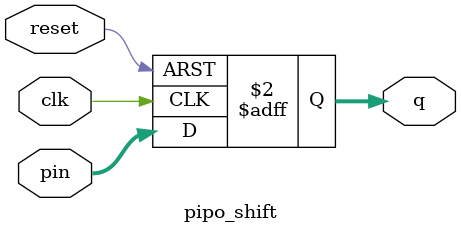
<source format=v>
module pipo_shift(
  input clk,reset,
  input [3:0] pin,
  output reg [3:0] q);

  always @(posedge clk or posedge reset) begin
    if (reset)
      q <= 4'b0000;
    else 
      q <= pin;
  end
endmodule

</source>
